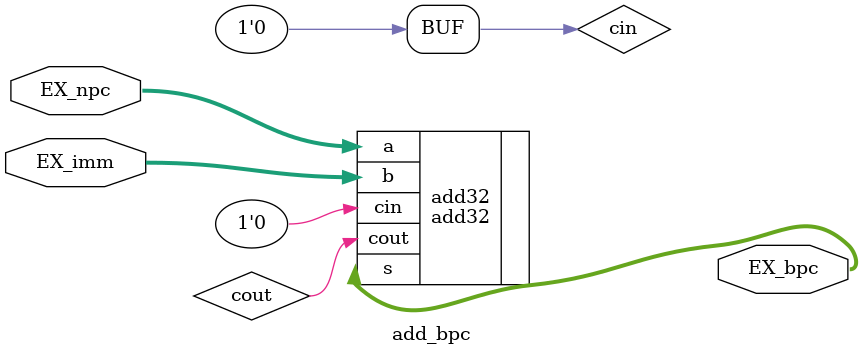
<source format=v>
`ifndef _add_bpc_v_
`define _add_bpc_v_
`endif

`ifndef _add32_v_
`include "modules/adder/add32.v"
`endif

module add_bpc(EX_npc, EX_imm, EX_bpc);
  input wire [31:0] EX_npc, EX_imm;
  output wire [31:0] EX_bpc;
  
  wire cout;
  wire cin = 0;

  add32 add32(
  	.a(EX_npc),
  	.b(EX_imm),
  	.cin(cin),
  	.s(EX_bpc),
  	.cout(cout)
  );

endmodule
</source>
